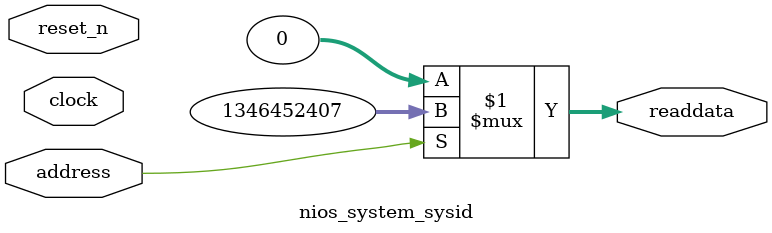
<source format=v>

`timescale 1ns / 1ps
// synthesis translate_on

// turn off superfluous verilog processor warnings 
// altera message_level Level1 
// altera message_off 10034 10035 10036 10037 10230 10240 10030 

module nios_system_sysid (
               // inputs:
                address,
                clock,
                reset_n,

               // outputs:
                readdata
             )
;

  output  [ 31: 0] readdata;
  input            address;
  input            clock;
  input            reset_n;

  wire    [ 31: 0] readdata;
  //control_slave, which is an e_avalon_slave
  assign readdata = address ? 1346452407 : 0;

endmodule




</source>
